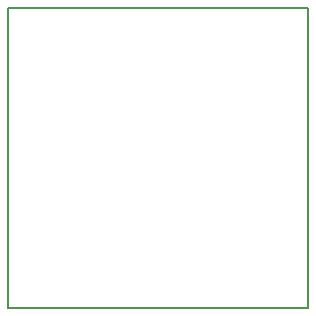
<source format=gko>
%FSLAX24Y24*%
%MOIN*%
G70*
G01*
G75*
G04 Layer_Color=16711935*
%ADD10R,0.0236X0.0512*%
%ADD11R,0.0276X0.0354*%
%ADD12R,0.0217X0.0512*%
%ADD13R,0.0354X0.0315*%
%ADD14R,0.0433X0.1024*%
%ADD15C,0.0300*%
%ADD16C,0.0200*%
%ADD17R,0.0866X0.0866*%
%ADD18C,0.0630*%
%ADD19C,0.0709*%
%ADD20C,0.0492*%
%ADD21C,0.0098*%
%ADD22C,0.0050*%
%ADD23C,0.0100*%
%ADD24C,0.0079*%
%ADD25C,0.0080*%
%ADD26C,0.0060*%
%ADD27R,0.0296X0.0572*%
%ADD28R,0.0336X0.0414*%
%ADD29R,0.0277X0.0572*%
%ADD30R,0.0414X0.0375*%
%ADD31R,0.0493X0.1084*%
%ADD32R,0.0926X0.0926*%
%ADD33C,0.0690*%
%ADD34C,0.0769*%
%ADD35C,0.0060*%
%ADD36C,0.0552*%
D22*
X10000Y10000D02*
X20000D01*
Y20000D01*
X10000D02*
X20000D01*
X10000Y10000D02*
Y20000D01*
M02*

</source>
